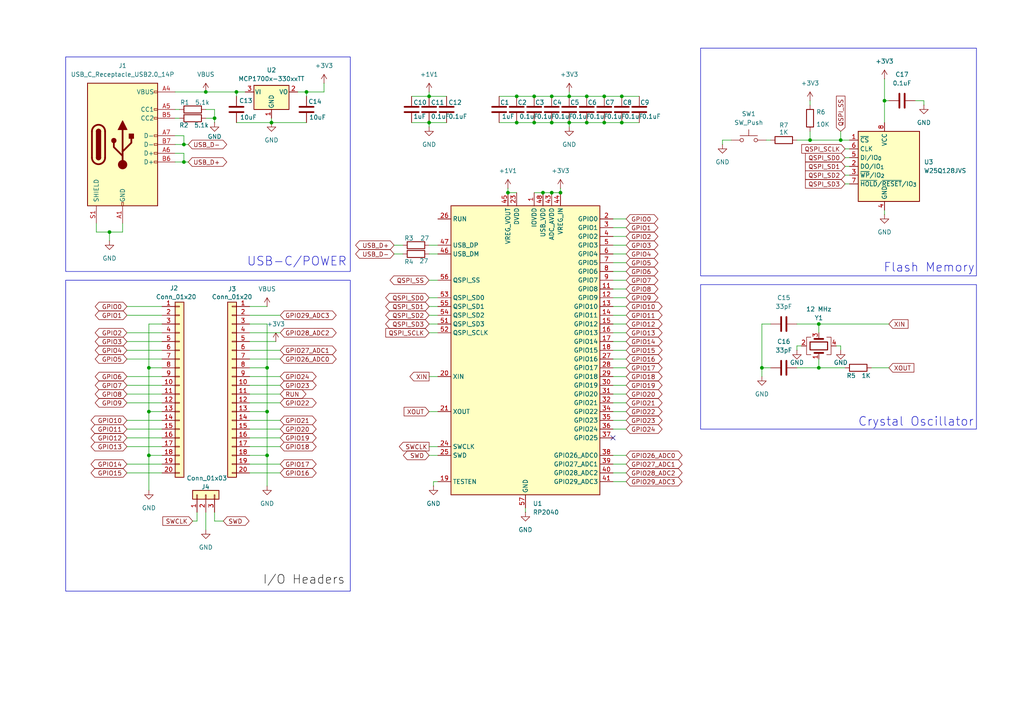
<source format=kicad_sch>
(kicad_sch (version 20250114) (generator "eeschema") (generator_version "9.0")
  (paper "A4")
  (title_block (title "KBoard") (date "2025-12-08") (rev "1.0"))
  (lib_symbols
    (symbol "Connector:USB_C_Receptacle_USB2.0_14P" (pin_names (offset 1.016))
      (property "Reference" "J" (at 0 22.225 0))
      (property "Value" "USB_C_Receptacle_USB2.0_14P" (at 0 19.685 0))
      (symbol "USB_C_Receptacle_USB2.0_14P_1_1"
        (pin passive line (at -7.62 -22.86 90) (length 5.08) (name "SHIELD") (number "S1"))
        (pin passive line (at 0 -22.86 90) (length 5.08) (name "GND") (number "A1"))
        (pin passive line (at 0 -22.86 90) (length 5.08) (hide yes) (name "GND") (number "A12"))
        (pin passive line (at 0 -22.86 90) (length 5.08) (hide yes) (name "GND") (number "B1"))
        (pin passive line (at 0 -22.86 90) (length 5.08) (hide yes) (name "GND") (number "B12"))
        (pin passive line (at 15.24 15.24 180) (length 5.08) (name "VBUS") (number "A4"))
        (pin passive line (at 15.24 15.24 180) (length 5.08) (hide yes) (name "VBUS") (number "A9"))
        (pin passive line (at 15.24 15.24 180) (length 5.08) (hide yes) (name "VBUS") (number "B4"))
        (pin passive line (at 15.24 15.24 180) (length 5.08) (hide yes) (name "VBUS") (number "B9"))
        (pin bidirectional line (at 15.24 10.16 180) (length 5.08) (name "CC1") (number "A5"))
        (pin bidirectional line (at 15.24 7.62 180) (length 5.08) (name "CC2") (number "B5"))
        (pin bidirectional line (at 15.24 2.54 180) (length 5.08) (name "D-") (number "A7"))
        (pin bidirectional line (at 15.24 0 180) (length 5.08) (name "D-") (number "B7"))
        (pin bidirectional line (at 15.24 -2.54 180) (length 5.08) (name "D+") (number "A6"))
        (pin bidirectional line (at 15.24 -5.08 180) (length 5.08) (name "D+") (number "B6"))
      )
    )
    (symbol "Connector_Generic:Conn_01x03" (pin_names (offset 1.016) (hide yes))
      (property "Reference" "J" (at 0 5.08 0))
      (property "Value" "Conn_01x03" (at 0 -5.08 0))
      (symbol "Conn_01x03_1_1"
        (pin passive line (at -5.08 2.54 0) (length 3.81) (name "Pin_1") (number "1"))
        (pin passive line (at -5.08 0 0) (length 3.81) (name "Pin_2") (number "2"))
        (pin passive line (at -5.08 -2.54 0) (length 3.81) (name "Pin_3") (number "3"))
      )
    )
    (symbol "Connector_Generic:Conn_01x20" (pin_names (offset 1.016) (hide yes))
      (property "Reference" "J" (at 0 25.4 0))
      (property "Value" "Conn_01x20" (at 0 -27.94 0))
      (symbol "Conn_01x20_1_1"
        (pin passive line (at -5.08 22.86 0) (length 3.81) (name "Pin_1") (number "1"))
        (pin passive line (at -5.08 20.32 0) (length 3.81) (name "Pin_2") (number "2"))
        (pin passive line (at -5.08 17.78 0) (length 3.81) (name "Pin_3") (number "3"))
        (pin passive line (at -5.08 15.24 0) (length 3.81) (name "Pin_4") (number "4"))
        (pin passive line (at -5.08 12.7 0) (length 3.81) (name "Pin_5") (number "5"))
        (pin passive line (at -5.08 10.16 0) (length 3.81) (name "Pin_6") (number "6"))
        (pin passive line (at -5.08 7.62 0) (length 3.81) (name "Pin_7") (number "7"))
        (pin passive line (at -5.08 5.08 0) (length 3.81) (name "Pin_8") (number "8"))
        (pin passive line (at -5.08 2.54 0) (length 3.81) (name "Pin_9") (number "9"))
        (pin passive line (at -5.08 0 0) (length 3.81) (name "Pin_10") (number "10"))
        (pin passive line (at -5.08 -2.54 0) (length 3.81) (name "Pin_11") (number "11"))
        (pin passive line (at -5.08 -5.08 0) (length 3.81) (name "Pin_12") (number "12"))
        (pin passive line (at -5.08 -7.62 0) (length 3.81) (name "Pin_13") (number "13"))
        (pin passive line (at -5.08 -10.16 0) (length 3.81) (name "Pin_14") (number "14"))
        (pin passive line (at -5.08 -12.7 0) (length 3.81) (name "Pin_15") (number "15"))
        (pin passive line (at -5.08 -15.24 0) (length 3.81) (name "Pin_16") (number "16"))
        (pin passive line (at -5.08 -17.78 0) (length 3.81) (name "Pin_17") (number "17"))
        (pin passive line (at -5.08 -20.32 0) (length 3.81) (name "Pin_18") (number "18"))
        (pin passive line (at -5.08 -22.86 0) (length 3.81) (name "Pin_19") (number "19"))
        (pin passive line (at -5.08 -25.4 0) (length 3.81) (name "Pin_20") (number "20"))
      )
    )
    (symbol "Device:C" (pin_numbers (hide yes)) (pin_names (offset 0.254))
      (property "Reference" "C" (at 0.635 2.54 0))
      (property "Value" "C" (at 0.635 -2.54 0))
      (symbol "C_1_1"
        (pin passive line (at 0 3.81 270) (length 2.794) (name "~") (number "1"))
        (pin passive line (at 0 -3.81 90) (length 2.794) (name "~") (number "2"))
      )
    )
    (symbol "Device:Crystal_GND24" (pin_names (offset 1.016) (hide yes))
      (property "Reference" "Y" (at 3.175 5.08 0))
      (property "Value" "Crystal_GND24" (at 3.175 3.175 0))
      (symbol "Crystal_GND24_1_1"
        (pin passive line (at -3.81 0 0) (length 1.27) (name "1") (number "1"))
        (pin passive line (at 0 5.08 270) (length 1.27) (name "2") (number "2"))
        (pin passive line (at 0 -5.08 90) (length 1.27) (name "4") (number "4"))
        (pin passive line (at 3.81 0 180) (length 1.27) (name "3") (number "3"))
      )
    )
    (symbol "Device:R" (pin_numbers (hide yes)) (pin_names (offset 0))
      (property "Reference" "R" (at 2.032 0 90))
      (property "Value" "R" (at 0 0 90))
      (symbol "R_1_1"
        (pin passive line (at 0 3.81 270) (length 1.27) (name "~") (number "1"))
        (pin passive line (at 0 -3.81 90) (length 1.27) (name "~") (number "2"))
      )
    )
    (symbol "MCU_RaspberryPi:RP2040"
      (property "Reference" "U" (at 17.78 45.72 0))
      (property "Value" "RP2040" (at 17.78 43.18 0))
      (symbol "RP2040_1_1"
        (pin input line (at -25.4 38.1 0) (length 3.81) (name "RUN") (number "26"))
        (pin bidirectional line (at -25.4 30.48 0) (length 3.81) (name "USB_DP") (number "47"))
        (pin bidirectional line (at -25.4 27.94 0) (length 3.81) (name "USB_DM") (number "46"))
        (pin bidirectional line (at -25.4 20.32 0) (length 3.81) (name "QSPI_SS") (number "56"))
        (pin bidirectional line (at -25.4 15.24 0) (length 3.81) (name "QSPI_SD0") (number "53"))
        (pin bidirectional line (at -25.4 12.7 0) (length 3.81) (name "QSPI_SD1") (number "55"))
        (pin bidirectional line (at -25.4 10.16 0) (length 3.81) (name "QSPI_SD2") (number "54"))
        (pin bidirectional line (at -25.4 7.62 0) (length 3.81) (name "QSPI_SD3") (number "51"))
        (pin output line (at -25.4 5.08 0) (length 3.81) (name "QSPI_SCLK") (number "52"))
        (pin input line (at -25.4 -7.62 0) (length 3.81) (name "XIN") (number "20"))
        (pin passive line (at -25.4 -17.78 0) (length 3.81) (name "XOUT") (number "21"))
        (pin input line (at -25.4 -27.94 0) (length 3.81) (name "SWCLK") (number "24"))
        (pin bidirectional line (at -25.4 -30.48 0) (length 3.81) (name "SWD") (number "25"))
        (pin input line (at -25.4 -38.1 0) (length 3.81) (name "TESTEN") (number "19"))
        (pin power_out line (at -5.08 45.72 270) (length 3.81) (name "VREG_VOUT") (number "45"))
        (pin power_in line (at -2.54 45.72 270) (length 3.81) (name "DVDD") (number "23"))
        (pin passive line (at -2.54 45.72 270) (length 3.81) (hide yes) (name "DVDD") (number "50"))
        (pin power_in line (at 0 -45.72 90) (length 3.81) (name "GND") (number "57"))
        (pin power_in line (at 2.54 45.72 270) (length 3.81) (name "IOVDD") (number "1"))
        (pin passive line (at 2.54 45.72 270) (length 3.81) (hide yes) (name "IOVDD") (number "10"))
        (pin passive line (at 2.54 45.72 270) (length 3.81) (hide yes) (name "IOVDD") (number "22"))
        (pin passive line (at 2.54 45.72 270) (length 3.81) (hide yes) (name "IOVDD") (number "33"))
        (pin passive line (at 2.54 45.72 270) (length 3.81) (hide yes) (name "IOVDD") (number "42"))
        (pin passive line (at 2.54 45.72 270) (length 3.81) (hide yes) (name "IOVDD") (number "49"))
        (pin power_in line (at 5.08 45.72 270) (length 3.81) (name "USB_VDD") (number "48"))
        (pin power_in line (at 7.62 45.72 270) (length 3.81) (name "ADC_AVDD") (number "43"))
        (pin power_in line (at 10.16 45.72 270) (length 3.81) (name "VREG_IN") (number "44"))
        (pin bidirectional line (at 25.4 38.1 180) (length 3.81) (name "GPIO0") (number "2"))
        (pin bidirectional line (at 25.4 35.56 180) (length 3.81) (name "GPIO1") (number "3"))
        (pin bidirectional line (at 25.4 33.02 180) (length 3.81) (name "GPIO2") (number "4"))
        (pin bidirectional line (at 25.4 30.48 180) (length 3.81) (name "GPIO3") (number "5"))
        (pin bidirectional line (at 25.4 27.94 180) (length 3.81) (name "GPIO4") (number "6"))
        (pin bidirectional line (at 25.4 25.4 180) (length 3.81) (name "GPIO5") (number "7"))
        (pin bidirectional line (at 25.4 22.86 180) (length 3.81) (name "GPIO6") (number "8"))
        (pin bidirectional line (at 25.4 20.32 180) (length 3.81) (name "GPIO7") (number "9"))
        (pin bidirectional line (at 25.4 17.78 180) (length 3.81) (name "GPIO8") (number "11"))
        (pin bidirectional line (at 25.4 15.24 180) (length 3.81) (name "GPIO9") (number "12"))
        (pin bidirectional line (at 25.4 12.7 180) (length 3.81) (name "GPIO10") (number "13"))
        (pin bidirectional line (at 25.4 10.16 180) (length 3.81) (name "GPIO11") (number "14"))
        (pin bidirectional line (at 25.4 7.62 180) (length 3.81) (name "GPIO12") (number "15"))
        (pin bidirectional line (at 25.4 5.08 180) (length 3.81) (name "GPIO13") (number "16"))
        (pin bidirectional line (at 25.4 2.54 180) (length 3.81) (name "GPIO14") (number "17"))
        (pin bidirectional line (at 25.4 0 180) (length 3.81) (name "GPIO15") (number "18"))
        (pin bidirectional line (at 25.4 -2.54 180) (length 3.81) (name "GPIO16") (number "27"))
        (pin bidirectional line (at 25.4 -5.08 180) (length 3.81) (name "GPIO17") (number "28"))
        (pin bidirectional line (at 25.4 -7.62 180) (length 3.81) (name "GPIO18") (number "29"))
        (pin bidirectional line (at 25.4 -10.16 180) (length 3.81) (name "GPIO19") (number "30"))
        (pin bidirectional line (at 25.4 -12.7 180) (length 3.81) (name "GPIO20") (number "31"))
        (pin bidirectional line (at 25.4 -15.24 180) (length 3.81) (name "GPIO21") (number "32"))
        (pin bidirectional line (at 25.4 -17.78 180) (length 3.81) (name "GPIO22") (number "34"))
        (pin bidirectional line (at 25.4 -20.32 180) (length 3.81) (name "GPIO23") (number "35"))
        (pin bidirectional line (at 25.4 -22.86 180) (length 3.81) (name "GPIO24") (number "36"))
        (pin bidirectional line (at 25.4 -25.4 180) (length 3.81) (name "GPIO25") (number "37"))
        (pin bidirectional line (at 25.4 -30.48 180) (length 3.81) (name "GPIO26_ADC0") (number "38"))
        (pin bidirectional line (at 25.4 -33.02 180) (length 3.81) (name "GPIO27_ADC1") (number "39"))
        (pin bidirectional line (at 25.4 -35.56 180) (length 3.81) (name "GPIO28_ADC2") (number "40"))
        (pin bidirectional line (at 25.4 -38.1 180) (length 3.81) (name "GPIO29_ADC3") (number "41"))
      )
    )
    (symbol "Memory_Flash:W25Q128JVS"
      (property "Reference" "U" (at -6.35 11.43 0))
      (property "Value" "W25Q128JVS" (at 7.62 11.43 0))
      (symbol "W25Q128JVS_1_1"
        (pin input line (at -10.16 7.62 0) (length 2.54) (name "~{CS}") (number "1"))
        (pin input line (at -10.16 5.08 0) (length 2.54) (name "CLK") (number "6"))
        (pin bidirectional line (at -10.16 2.54 0) (length 2.54) (name "DI/IO_{0}") (number "5"))
        (pin bidirectional line (at -10.16 0 0) (length 2.54) (name "DO/IO_{1}") (number "2"))
        (pin bidirectional line (at -10.16 -2.54 0) (length 2.54) (name "~{WP}/IO_{2}") (number "3"))
        (pin bidirectional line (at -10.16 -5.08 0) (length 2.54) (name "~{HOLD}/~{RESET}/IO_{3}") (number "7"))
        (pin power_in line (at 0 12.7 270) (length 2.54) (name "VCC") (number "8"))
        (pin power_in line (at 0 -12.7 90) (length 2.54) (name "GND") (number "4"))
      )
    )
    (symbol "Regulator_Linear:MCP1700x-330xxTT" (pin_names (offset 0.254))
      (property "Reference" "U" (at -3.81 3.175 0))
      (property "Value" "MCP1700x-330xxTT" (at 0 3.175 0))
      (symbol "MCP1700x-330xxTT_1_1"
        (pin power_in line (at -7.62 0 0) (length 2.54) (name "VI") (number "3"))
        (pin power_in line (at 0 -7.62 90) (length 2.54) (name "GND") (number "1"))
        (pin power_out line (at 7.62 0 180) (length 2.54) (name "VO") (number "2"))
      )
    )
    (symbol "Switch:SW_Push" (pin_numbers (hide yes)) (pin_names (offset 1.016) (hide yes))
      (property "Reference" "SW" (at 1.27 2.54 0))
      (property "Value" "SW_Push" (at 0 -1.524 0))
      (symbol "SW_Push_0_1"
        (pin passive line (at -5.08 0 0) (length 2.54) (name "1") (number "1"))
        (pin passive line (at 5.08 0 180) (length 2.54) (name "2") (number "2"))
      )
    )
    (symbol "power:+1V1" (power) (pin_numbers (hide yes)) (pin_names (offset 0) (hide yes))
      (property "Value" "+1V1" (at 0 3.556 0))
      (symbol "+1V1_1_1"
        (pin power_in line (at 0 0 90) (length 0) (name "~") (number "1"))
      )
    )
    (symbol "power:+3V3" (power) (pin_numbers (hide yes)) (pin_names (offset 0) (hide yes))
      (property "Value" "+3V3" (at 0 3.556 0))
      (symbol "+3V3_1_1"
        (pin power_in line (at 0 0 90) (length 0) (name "~") (number "1"))
      )
    )
    (symbol "power:GND" (power) (pin_numbers (hide yes)) (pin_names (offset 0) (hide yes))
      (property "Value" "GND" (at 0 -3.81 0))
      (symbol "GND_1_1"
        (pin power_in line (at 0 0 270) (length 0) (name "~") (number "1"))
      )
    )
    (symbol "power:VBUS" (power) (pin_numbers (hide yes)) (pin_names (offset 0) (hide yes))
      (property "Value" "VBUS" (at 0 3.556 0))
      (symbol "VBUS_1_1"
        (pin power_in line (at 0 0 90) (length 0) (name "~") (number "1"))
      )
    )
  )
  (rectangle (start 203.2 82.55) (end 283.21 124.46))
  (rectangle (start 203.2 13.97) (end 283.21 80.01))
  (rectangle (start 19.05 16.51) (end 101.6 78.74))
  (rectangle (start 19.05 81.28) (end 101.6 171.45))
  (text "USB-C/POWER" (at 86.106 75.946 0) (effects (font (size 2.54 2.54))))
  (text "Crystal Oscillator" (at 265.684 122.428 0) (effects (font (size 2.54 2.54))))
  (text "Flash Memory" (at 269.494 77.724 0) (effects (font (size 2.54 2.54))))
  (junction (at 53.34 41.91))
  (junction (at 31.75 67.31))
  (junction (at 237.49 106.68))
  (junction (at 149.86 35.56))
  (junction (at 180.34 27.94))
  (junction (at 220.98 106.68))
  (junction (at 170.18 27.94))
  (junction (at 88.9 26.67))
  (junction (at 124.46 27.94))
  (junction (at 43.18 106.68))
  (junction (at 68.58 26.67))
  (junction (at 160.02 55.88))
  (junction (at 77.47 132.08))
  (junction (at 149.86 27.94))
  (junction (at 62.23 34.29))
  (junction (at 160.02 27.94))
  (junction (at 160.02 35.56))
  (junction (at 154.94 35.56))
  (junction (at 175.26 35.56))
  (junction (at 256.54 29.21))
  (junction (at 162.56 55.88))
  (junction (at 77.47 106.68))
  (junction (at 43.18 119.38))
  (junction (at 154.94 27.94))
  (junction (at 124.46 35.56))
  (junction (at 78.74 35.56))
  (junction (at 234.95 40.64))
  (junction (at 147.32 55.88))
  (junction (at 237.49 93.98))
  (junction (at 170.18 35.56))
  (junction (at 53.34 46.99))
  (junction (at 43.18 132.08))
  (junction (at 243.84 40.64))
  (junction (at 165.1 35.56))
  (junction (at 180.34 35.56))
  (junction (at 175.26 27.94))
  (junction (at 157.48 55.88))
  (junction (at 165.1 27.94))
  (junction (at 77.47 119.38))
  (junction (at 59.69 26.67))
  (no_connect (at 177.8 127))
  (wire (pts (xy 177.8 76.2) (xy 181.61 76.2)))
  (wire (pts (xy 256.54 22.86) (xy 256.54 29.21)))
  (wire (pts (xy 53.34 46.99) (xy 54.61 46.99)))
  (wire (pts (xy 68.58 26.67) (xy 68.58 27.94)))
  (wire (pts (xy 86.36 26.67) (xy 88.9 26.67)))
  (wire (pts (xy 245.11 48.26) (xy 246.38 48.26)))
  (wire (pts (xy 124.46 93.98) (xy 127 93.98)))
  (wire (pts (xy 124.46 71.12) (xy 127 71.12)))
  (wire (pts (xy 124.46 35.56) (xy 124.46 36.83)))
  (wire (pts (xy 170.18 27.94) (xy 175.26 27.94)))
  (wire (pts (xy 53.34 41.91) (xy 54.61 41.91)))
  (wire (pts (xy 177.8 86.36) (xy 181.61 86.36)))
  (wire (pts (xy 256.54 29.21) (xy 257.81 29.21)))
  (wire (pts (xy 144.78 27.94) (xy 149.86 27.94)))
  (wire (pts (xy 160.02 55.88) (xy 162.56 55.88)))
  (wire (pts (xy 231.14 100.33) (xy 231.14 101.6)))
  (wire (pts (xy 50.8 31.75) (xy 52.07 31.75)))
  (wire (pts (xy 78.74 35.56) (xy 88.9 35.56)))
  (wire (pts (xy 36.83 104.14) (xy 46.99 104.14)))
  (wire (pts (xy 36.83 124.46) (xy 46.99 124.46)))
  (wire (pts (xy 220.98 93.98) (xy 220.98 106.68)))
  (wire (pts (xy 36.83 91.44) (xy 46.99 91.44)))
  (wire (pts (xy 50.8 44.45) (xy 53.34 44.45)))
  (wire (pts (xy 157.48 55.88) (xy 160.02 55.88)))
  (wire (pts (xy 177.8 114.3) (xy 181.61 114.3)))
  (wire (pts (xy 36.83 99.06) (xy 46.99 99.06)))
  (wire (pts (xy 152.4 147.32) (xy 152.4 148.59)))
  (wire (pts (xy 72.39 119.38) (xy 77.47 119.38)))
  (wire (pts (xy 72.39 114.3) (xy 81.28 114.3)))
  (wire (pts (xy 72.39 121.92) (xy 81.28 121.92)))
  (wire (pts (xy 177.8 104.14) (xy 181.61 104.14)))
  (wire (pts (xy 68.58 26.67) (xy 71.12 26.67)))
  (wire (pts (xy 243.84 40.64) (xy 243.84 38.1)))
  (wire (pts (xy 50.8 46.99) (xy 53.34 46.99)))
  (wire (pts (xy 177.8 83.82) (xy 181.61 83.82)))
  (wire (pts (xy 245.11 50.8) (xy 246.38 50.8)))
  (wire (pts (xy 43.18 106.68) (xy 43.18 119.38)))
  (wire (pts (xy 53.34 41.91) (xy 50.8 41.91)))
  (wire (pts (xy 72.39 91.44) (xy 81.28 91.44)))
  (wire (pts (xy 234.95 38.1) (xy 234.95 40.64)))
  (wire (pts (xy 124.46 119.38) (xy 127 119.38)))
  (wire (pts (xy 43.18 132.08) (xy 43.18 142.24)))
  (wire (pts (xy 177.8 93.98) (xy 181.61 93.98)))
  (wire (pts (xy 177.8 63.5) (xy 181.61 63.5)))
  (wire (pts (xy 144.78 35.56) (xy 149.86 35.56)))
  (wire (pts (xy 36.83 121.92) (xy 46.99 121.92)))
  (wire (pts (xy 72.39 127) (xy 81.28 127)))
  (wire (pts (xy 36.83 101.6) (xy 46.99 101.6)))
  (wire (pts (xy 177.8 91.44) (xy 181.61 91.44)))
  (wire (pts (xy 212.09 40.64) (xy 209.55 40.64)))
  (wire (pts (xy 72.39 134.62) (xy 81.28 134.62)))
  (wire (pts (xy 220.98 106.68) (xy 223.52 106.68)))
  (wire (pts (xy 50.8 34.29) (xy 52.07 34.29)))
  (wire (pts (xy 177.8 71.12) (xy 181.61 71.12)))
  (wire (pts (xy 209.55 40.64) (xy 209.55 41.91)))
  (wire (pts (xy 177.8 134.62) (xy 181.61 134.62)))
  (wire (pts (xy 237.49 93.98) (xy 257.81 93.98)))
  (wire (pts (xy 43.18 132.08) (xy 46.99 132.08)))
  (wire (pts (xy 165.1 26.67) (xy 165.1 27.94)))
  (wire (pts (xy 72.39 124.46) (xy 81.28 124.46)))
  (wire (pts (xy 59.69 31.75) (xy 62.23 31.75)))
  (wire (pts (xy 175.26 27.94) (xy 180.34 27.94)))
  (wire (pts (xy 72.39 101.6) (xy 81.28 101.6)))
  (wire (pts (xy 53.34 44.45) (xy 53.34 46.99)))
  (wire (pts (xy 234.95 29.21) (xy 234.95 30.48)))
  (wire (pts (xy 72.39 88.9) (xy 77.47 88.9)))
  (wire (pts (xy 243.84 100.33) (xy 243.84 101.6)))
  (wire (pts (xy 36.83 111.76) (xy 46.99 111.76)))
  (wire (pts (xy 124.46 35.56) (xy 129.54 35.56)))
  (wire (pts (xy 77.47 93.98) (xy 77.47 106.68)))
  (wire (pts (xy 177.8 78.74) (xy 181.61 78.74)))
  (wire (pts (xy 177.8 111.76) (xy 181.61 111.76)))
  (wire (pts (xy 119.38 35.56) (xy 124.46 35.56)))
  (wire (pts (xy 177.8 96.52) (xy 181.61 96.52)))
  (wire (pts (xy 177.8 139.7) (xy 181.61 139.7)))
  (wire (pts (xy 180.34 27.94) (xy 185.42 27.94)))
  (wire (pts (xy 43.18 106.68) (xy 46.99 106.68)))
  (wire (pts (xy 36.83 134.62) (xy 46.99 134.62)))
  (wire (pts (xy 36.83 127) (xy 46.99 127)))
  (wire (pts (xy 72.39 106.68) (xy 77.47 106.68)))
  (wire (pts (xy 72.39 129.54) (xy 81.28 129.54)))
  (wire (pts (xy 124.46 81.28) (xy 127 81.28)))
  (wire (pts (xy 177.8 137.16) (xy 181.61 137.16)))
  (wire (pts (xy 165.1 35.56) (xy 170.18 35.56)))
  (wire (pts (xy 36.83 137.16) (xy 46.99 137.16)))
  (wire (pts (xy 31.75 67.31) (xy 31.75 69.85)))
  (wire (pts (xy 50.8 39.37) (xy 53.34 39.37)))
  (wire (pts (xy 245.11 53.34) (xy 246.38 53.34)))
  (wire (pts (xy 46.99 93.98) (xy 43.18 93.98)))
  (wire (pts (xy 36.83 116.84) (xy 46.99 116.84)))
  (wire (pts (xy 149.86 27.94) (xy 154.94 27.94)))
  (wire (pts (xy 231.14 40.64) (xy 234.95 40.64)))
  (wire (pts (xy 177.8 116.84) (xy 181.61 116.84)))
  (wire (pts (xy 114.3 71.12) (xy 116.84 71.12)))
  (wire (pts (xy 93.98 26.67) (xy 93.98 24.13)))
  (wire (pts (xy 154.94 27.94) (xy 160.02 27.94)))
  (wire (pts (xy 245.11 43.18) (xy 246.38 43.18)))
  (wire (pts (xy 165.1 35.56) (xy 165.1 36.83)))
  (wire (pts (xy 124.46 86.36) (xy 127 86.36)))
  (wire (pts (xy 165.1 27.94) (xy 170.18 27.94)))
  (wire (pts (xy 36.83 109.22) (xy 46.99 109.22)))
  (wire (pts (xy 124.46 109.22) (xy 127 109.22)))
  (wire (pts (xy 160.02 35.56) (xy 165.1 35.56)))
  (wire (pts (xy 124.46 132.08) (xy 127 132.08)))
  (wire (pts (xy 125.73 139.7) (xy 125.73 140.97)))
  (wire (pts (xy 267.97 29.21) (xy 267.97 30.48)))
  (wire (pts (xy 170.18 35.56) (xy 175.26 35.56)))
  (wire (pts (xy 124.46 26.67) (xy 124.46 27.94)))
  (wire (pts (xy 177.8 68.58) (xy 181.61 68.58)))
  (wire (pts (xy 62.23 148.59) (xy 62.23 151.13)))
  (wire (pts (xy 77.47 132.08) (xy 77.47 140.97)))
  (wire (pts (xy 162.56 54.61) (xy 162.56 55.88)))
  (wire (pts (xy 177.8 101.6) (xy 181.61 101.6)))
  (wire (pts (xy 160.02 27.94) (xy 165.1 27.94)))
  (wire (pts (xy 72.39 116.84) (xy 81.28 116.84)))
  (wire (pts (xy 62.23 34.29) (xy 59.69 34.29)))
  (wire (pts (xy 72.39 132.08) (xy 77.47 132.08)))
  (wire (pts (xy 72.39 96.52) (xy 81.28 96.52)))
  (wire (pts (xy 114.3 73.66) (xy 116.84 73.66)))
  (wire (pts (xy 234.95 40.64) (xy 243.84 40.64)))
  (wire (pts (xy 31.75 67.31) (xy 35.56 67.31)))
  (wire (pts (xy 59.69 26.67) (xy 68.58 26.67)))
  (wire (pts (xy 57.15 148.59) (xy 57.15 151.13)))
  (wire (pts (xy 177.8 124.46) (xy 181.61 124.46)))
  (wire (pts (xy 27.94 64.77) (xy 27.94 67.31)))
  (wire (pts (xy 237.49 93.98) (xy 237.49 96.52)))
  (wire (pts (xy 36.83 129.54) (xy 46.99 129.54)))
  (wire (pts (xy 72.39 109.22) (xy 81.28 109.22)))
  (wire (pts (xy 124.46 27.94) (xy 129.54 27.94)))
  (wire (pts (xy 177.8 99.06) (xy 181.61 99.06)))
  (wire (pts (xy 43.18 119.38) (xy 43.18 132.08)))
  (wire (pts (xy 50.8 26.67) (xy 59.69 26.67)))
  (wire (pts (xy 149.86 35.56) (xy 154.94 35.56)))
  (wire (pts (xy 223.52 93.98) (xy 220.98 93.98)))
  (wire (pts (xy 59.69 148.59) (xy 59.69 153.67)))
  (wire (pts (xy 77.47 119.38) (xy 77.47 132.08)))
  (wire (pts (xy 177.8 66.04) (xy 181.61 66.04)))
  (wire (pts (xy 231.14 93.98) (xy 237.49 93.98)))
  (wire (pts (xy 62.23 34.29) (xy 62.23 35.56)))
  (wire (pts (xy 124.46 88.9) (xy 127 88.9)))
  (wire (pts (xy 53.34 39.37) (xy 53.34 41.91)))
  (wire (pts (xy 88.9 26.67) (xy 88.9 27.94)))
  (wire (pts (xy 35.56 67.31) (xy 35.56 64.77)))
  (wire (pts (xy 119.38 27.94) (xy 124.46 27.94)))
  (wire (pts (xy 43.18 93.98) (xy 43.18 106.68)))
  (wire (pts (xy 265.43 29.21) (xy 267.97 29.21)))
  (wire (pts (xy 245.11 45.72) (xy 246.38 45.72)))
  (wire (pts (xy 242.57 100.33) (xy 243.84 100.33)))
  (wire (pts (xy 180.34 35.56) (xy 185.42 35.56)))
  (wire (pts (xy 177.8 119.38) (xy 181.61 119.38)))
  (wire (pts (xy 62.23 151.13) (xy 64.77 151.13)))
  (wire (pts (xy 124.46 73.66) (xy 127 73.66)))
  (wire (pts (xy 124.46 91.44) (xy 127 91.44)))
  (wire (pts (xy 177.8 121.92) (xy 181.61 121.92)))
  (wire (pts (xy 147.32 55.88) (xy 149.86 55.88)))
  (wire (pts (xy 68.58 35.56) (xy 78.74 35.56)))
  (wire (pts (xy 177.8 106.68) (xy 181.61 106.68)))
  (wire (pts (xy 124.46 129.54) (xy 127 129.54)))
  (wire (pts (xy 36.83 96.52) (xy 46.99 96.52)))
  (wire (pts (xy 27.94 67.31) (xy 31.75 67.31)))
  (wire (pts (xy 72.39 104.14) (xy 81.28 104.14)))
  (wire (pts (xy 77.47 106.68) (xy 77.47 119.38)))
  (wire (pts (xy 88.9 26.67) (xy 93.98 26.67)))
  (wire (pts (xy 127 139.7) (xy 125.73 139.7)))
  (wire (pts (xy 232.41 100.33) (xy 231.14 100.33)))
  (wire (pts (xy 62.23 31.75) (xy 62.23 34.29)))
  (wire (pts (xy 57.15 151.13) (xy 55.88 151.13)))
  (wire (pts (xy 177.8 73.66) (xy 181.61 73.66)))
  (wire (pts (xy 256.54 60.96) (xy 256.54 62.23)))
  (wire (pts (xy 72.39 137.16) (xy 81.28 137.16)))
  (wire (pts (xy 72.39 93.98) (xy 77.47 93.98)))
  (wire (pts (xy 177.8 81.28) (xy 181.61 81.28)))
  (wire (pts (xy 78.74 34.29) (xy 78.74 35.56)))
  (wire (pts (xy 256.54 29.21) (xy 256.54 35.56)))
  (wire (pts (xy 177.8 88.9) (xy 181.61 88.9)))
  (wire (pts (xy 245.11 106.68) (xy 237.49 106.68)))
  (wire (pts (xy 36.83 88.9) (xy 46.99 88.9)))
  (wire (pts (xy 72.39 111.76) (xy 81.28 111.76)))
  (wire (pts (xy 177.8 132.08) (xy 181.61 132.08)))
  (wire (pts (xy 43.18 119.38) (xy 46.99 119.38)))
  (wire (pts (xy 237.49 106.68) (xy 237.49 104.14)))
  (wire (pts (xy 220.98 106.68) (xy 220.98 109.22)))
  (wire (pts (xy 147.32 54.61) (xy 147.32 55.88)))
  (wire (pts (xy 175.26 35.56) (xy 180.34 35.56)))
  (wire (pts (xy 177.8 109.22) (xy 181.61 109.22)))
  (wire (pts (xy 154.94 35.56) (xy 160.02 35.56)))
  (wire (pts (xy 252.73 106.68) (xy 257.81 106.68)))
  (wire (pts (xy 154.94 55.88) (xy 157.48 55.88)))
  (wire (pts (xy 124.46 96.52) (xy 127 96.52)))
  (wire (pts (xy 72.39 99.06) (xy 80.01 99.06)))
  (wire (pts (xy 231.14 106.68) (xy 237.49 106.68)))
  (wire (pts (xy 222.25 40.64) (xy 223.52 40.64)))
  (wire (pts (xy 246.38 40.64) (xy 243.84 40.64)))
  (wire (pts (xy 36.83 114.3) (xy 46.99 114.3)))
  (label "I{slash}O Headers" (at 76.2 170.18 0) (effects (font (size 2.54 2.54))))
  (global_label "GPIO21" (shape bidirectional) (at 181.61 116.84 0) (property "Intersheetrefs" "${INTERSHEET_REFS}" (effects (hide yes))))
  (global_label "GPIO10" (shape bidirectional) (at 181.61 88.9 0) (property "Intersheetrefs" "${INTERSHEET_REFS}" (effects (hide yes))))
  (global_label "GPIO11" (shape bidirectional) (at 181.61 91.44 0) (property "Intersheetrefs" "${INTERSHEET_REFS}" (effects (hide yes))))
  (global_label "USB_D+" (shape bidirectional) (at 114.3 71.12 180) (property "Intersheetrefs" "${INTERSHEET_REFS}" (effects (hide yes))))
  (global_label "GPIO23" (shape bidirectional) (at 181.61 121.92 0) (property "Intersheetrefs" "${INTERSHEET_REFS}" (effects (hide yes))))
  (global_label "XOUT" (shape input) (at 257.81 106.68 0) (property "Intersheetrefs" "${INTERSHEET_REFS}" (effects (hide yes))))
  (global_label "GPIO22" (shape bidirectional) (at 181.61 119.38 0) (property "Intersheetrefs" "${INTERSHEET_REFS}" (effects (hide yes))))
  (global_label "GPIO8" (shape bidirectional) (at 181.61 83.82 0) (property "Intersheetrefs" "${INTERSHEET_REFS}" (effects (hide yes))))
  (global_label "XIN" (shape input) (at 257.81 93.98 0) (property "Intersheetrefs" "${INTERSHEET_REFS}" (effects (hide yes))))
  (global_label "SWD" (shape bidirectional) (at 64.77 151.13 0) (property "Intersheetrefs" "${INTERSHEET_REFS}" (effects (hide yes))))
  (global_label "GPIO5" (shape bidirectional) (at 181.61 76.2 0) (property "Intersheetrefs" "${INTERSHEET_REFS}" (effects (hide yes))))
  (global_label "GPIO12" (shape bidirectional) (at 36.83 127 180) (property "Intersheetrefs" "${INTERSHEET_REFS}" (effects (hide yes))))
  (global_label "GPIO19" (shape bidirectional) (at 181.61 111.76 0) (property "Intersheetrefs" "${INTERSHEET_REFS}" (effects (hide yes))))
  (global_label "GPIO6" (shape bidirectional) (at 181.61 78.74 0) (property "Intersheetrefs" "${INTERSHEET_REFS}" (effects (hide yes))))
  (global_label "QSPI_SD0" (shape input) (at 245.11 45.72 180) (property "Intersheetrefs" "${INTERSHEET_REFS}" (effects (hide yes))))
  (global_label "QSPI_SD1" (shape bidirectional) (at 124.46 88.9 180) (property "Intersheetrefs" "${INTERSHEET_REFS}" (effects (hide yes))))
  (global_label "QSPI_SS" (shape input) (at 243.84 38.1 90) (property "Intersheetrefs" "${INTERSHEET_REFS}" (effects (hide yes))))
  (global_label "GPIO9" (shape bidirectional) (at 181.61 86.36 0) (property "Intersheetrefs" "${INTERSHEET_REFS}" (effects (hide yes))))
  (global_label "XIN" (shape output) (at 124.46 109.22 180) (property "Intersheetrefs" "${INTERSHEET_REFS}" (effects (hide yes))))
  (global_label "GPIO17" (shape bidirectional) (at 181.61 106.68 0) (property "Intersheetrefs" "${INTERSHEET_REFS}" (effects (hide yes))))
  (global_label "GPIO12" (shape bidirectional) (at 181.61 93.98 0) (property "Intersheetrefs" "${INTERSHEET_REFS}" (effects (hide yes))))
  (global_label "QSPI_SS" (shape bidirectional) (at 124.46 81.28 180) (property "Intersheetrefs" "${INTERSHEET_REFS}" (effects (hide yes))))
  (global_label "QSPI_SD3" (shape bidirectional) (at 124.46 93.98 180) (property "Intersheetrefs" "${INTERSHEET_REFS}" (effects (hide yes))))
  (global_label "GPIO6" (shape bidirectional) (at 36.83 109.22 180) (property "Intersheetrefs" "${INTERSHEET_REFS}" (effects (hide yes))))
  (global_label "GPIO13" (shape bidirectional) (at 181.61 96.52 0) (property "Intersheetrefs" "${INTERSHEET_REFS}" (effects (hide yes))))
  (global_label "GPIO8" (shape bidirectional) (at 36.83 114.3 180) (property "Intersheetrefs" "${INTERSHEET_REFS}" (effects (hide yes))))
  (global_label "GPIO3" (shape bidirectional) (at 181.61 71.12 0) (property "Intersheetrefs" "${INTERSHEET_REFS}" (effects (hide yes))))
  (global_label "GPIO28_ADC2" (shape bidirectional) (at 181.61 137.16 0) (property "Intersheetrefs" "${INTERSHEET_REFS}" (effects (hide yes))))
  (global_label "GPIO1" (shape bidirectional) (at 36.83 91.44 180) (property "Intersheetrefs" "${INTERSHEET_REFS}" (effects (hide yes))))
  (global_label "GPIO17" (shape bidirectional) (at 81.28 134.62 0) (property "Intersheetrefs" "${INTERSHEET_REFS}" (effects (hide yes))))
  (global_label "QSPI_SCLK" (shape input) (at 124.46 96.52 180) (property "Intersheetrefs" "${INTERSHEET_REFS}" (effects (hide yes))))
  (global_label "GPIO2" (shape bidirectional) (at 181.61 68.58 0) (property "Intersheetrefs" "${INTERSHEET_REFS}" (effects (hide yes))))
  (global_label "QSPI_SCLK" (shape input) (at 245.11 43.18 180) (property "Intersheetrefs" "${INTERSHEET_REFS}" (effects (hide yes))))
  (global_label "GPIO13" (shape bidirectional) (at 36.83 129.54 180) (property "Intersheetrefs" "${INTERSHEET_REFS}" (effects (hide yes))))
  (global_label "GPIO18" (shape bidirectional) (at 181.61 109.22 0) (property "Intersheetrefs" "${INTERSHEET_REFS}" (effects (hide yes))))
  (global_label "GPIO21" (shape bidirectional) (at 81.28 121.92 0) (property "Intersheetrefs" "${INTERSHEET_REFS}" (effects (hide yes))))
  (global_label "GPIO14" (shape bidirectional) (at 181.61 99.06 0) (property "Intersheetrefs" "${INTERSHEET_REFS}" (effects (hide yes))))
  (global_label "GPIO15" (shape bidirectional) (at 181.61 101.6 0) (property "Intersheetrefs" "${INTERSHEET_REFS}" (effects (hide yes))))
  (global_label "GPIO11" (shape bidirectional) (at 36.83 124.46 180) (property "Intersheetrefs" "${INTERSHEET_REFS}" (effects (hide yes))))
  (global_label "GPIO29_ADC3" (shape bidirectional) (at 181.61 139.7 0) (property "Intersheetrefs" "${INTERSHEET_REFS}" (effects (hide yes))))
  (global_label "SWD" (shape bidirectional) (at 124.46 132.08 180) (property "Intersheetrefs" "${INTERSHEET_REFS}" (effects (hide yes))))
  (global_label "GPIO24" (shape bidirectional) (at 81.28 109.22 0) (property "Intersheetrefs" "${INTERSHEET_REFS}" (effects (hide yes))))
  (global_label "GPIO26_ADC0" (shape bidirectional) (at 181.61 132.08 0) (property "Intersheetrefs" "${INTERSHEET_REFS}" (effects (hide yes))))
  (global_label "QSPI_SD1" (shape input) (at 245.11 48.26 180) (property "Intersheetrefs" "${INTERSHEET_REFS}" (effects (hide yes))))
  (global_label "GPIO23" (shape bidirectional) (at 81.28 111.76 0) (property "Intersheetrefs" "${INTERSHEET_REFS}" (effects (hide yes))))
  (global_label "XOUT" (shape input) (at 124.46 119.38 180) (property "Intersheetrefs" "${INTERSHEET_REFS}" (effects (hide yes))))
  (global_label "GPIO4" (shape bidirectional) (at 181.61 73.66 0) (property "Intersheetrefs" "${INTERSHEET_REFS}" (effects (hide yes))))
  (global_label "GPIO26_ADC0" (shape bidirectional) (at 81.28 104.14 0) (property "Intersheetrefs" "${INTERSHEET_REFS}" (effects (hide yes))))
  (global_label "QSPI_SD2" (shape bidirectional) (at 124.46 91.44 180) (property "Intersheetrefs" "${INTERSHEET_REFS}" (effects (hide yes))))
  (global_label "GPIO3" (shape bidirectional) (at 36.83 99.06 180) (property "Intersheetrefs" "${INTERSHEET_REFS}" (effects (hide yes))))
  (global_label "GPIO5" (shape bidirectional) (at 36.83 104.14 180) (property "Intersheetrefs" "${INTERSHEET_REFS}" (effects (hide yes))))
  (global_label "GPIO0" (shape bidirectional) (at 181.61 63.5 0) (property "Intersheetrefs" "${INTERSHEET_REFS}" (effects (hide yes))))
  (global_label "GPIO7" (shape bidirectional) (at 181.61 81.28 0) (property "Intersheetrefs" "${INTERSHEET_REFS}" (effects (hide yes))))
  (global_label "SWCLK" (shape output) (at 124.46 129.54 180) (property "Intersheetrefs" "${INTERSHEET_REFS}" (effects (hide yes))))
  (global_label "GPIO18" (shape bidirectional) (at 81.28 129.54 0) (property "Intersheetrefs" "${INTERSHEET_REFS}" (effects (hide yes))))
  (global_label "USB_D-" (shape bidirectional) (at 54.61 41.91 0) (property "Intersheetrefs" "${INTERSHEET_REFS}" (effects (hide yes))))
  (global_label "GPIO20" (shape bidirectional) (at 81.28 124.46 0) (property "Intersheetrefs" "${INTERSHEET_REFS}" (effects (hide yes))))
  (global_label "RUN" (shape bidirectional) (at 81.28 114.3 0) (property "Intersheetrefs" "${INTERSHEET_REFS}" (effects (hide yes))))
  (global_label "GPIO9" (shape bidirectional) (at 36.83 116.84 180) (property "Intersheetrefs" "${INTERSHEET_REFS}" (effects (hide yes))))
  (global_label "GPIO24" (shape bidirectional) (at 181.61 124.46 0) (property "Intersheetrefs" "${INTERSHEET_REFS}" (effects (hide yes))))
  (global_label "GPIO4" (shape bidirectional) (at 36.83 101.6 180) (property "Intersheetrefs" "${INTERSHEET_REFS}" (effects (hide yes))))
  (global_label "GPIO20" (shape bidirectional) (at 181.61 114.3 0) (property "Intersheetrefs" "${INTERSHEET_REFS}" (effects (hide yes))))
  (global_label "GPIO1" (shape bidirectional) (at 181.61 66.04 0) (property "Intersheetrefs" "${INTERSHEET_REFS}" (effects (hide yes))))
  (global_label "GPIO27_ADC1" (shape bidirectional) (at 181.61 134.62 0) (property "Intersheetrefs" "${INTERSHEET_REFS}" (effects (hide yes))))
  (global_label "QSPI_SD0" (shape bidirectional) (at 124.46 86.36 180) (property "Intersheetrefs" "${INTERSHEET_REFS}" (effects (hide yes))))
  (global_label "USB_D+" (shape bidirectional) (at 54.61 46.99 0) (property "Intersheetrefs" "${INTERSHEET_REFS}" (effects (hide yes))))
  (global_label "QSPI_SD2" (shape input) (at 245.11 50.8 180) (property "Intersheetrefs" "${INTERSHEET_REFS}" (effects (hide yes))))
  (global_label "GPIO10" (shape bidirectional) (at 36.83 121.92 180) (property "Intersheetrefs" "${INTERSHEET_REFS}" (effects (hide yes))))
  (global_label "GPIO19" (shape bidirectional) (at 81.28 127 0) (property "Intersheetrefs" "${INTERSHEET_REFS}" (effects (hide yes))))
  (global_label "GPIO0" (shape bidirectional) (at 36.83 88.9 180) (property "Intersheetrefs" "${INTERSHEET_REFS}" (effects (hide yes))))
  (global_label "USB_D-" (shape bidirectional) (at 114.3 73.66 180) (property "Intersheetrefs" "${INTERSHEET_REFS}" (effects (hide yes))))
  (global_label "GPIO28_ADC2" (shape bidirectional) (at 81.28 96.52 0) (property "Intersheetrefs" "${INTERSHEET_REFS}" (effects (hide yes))))
  (global_label "GPIO16" (shape bidirectional) (at 81.28 137.16 0) (property "Intersheetrefs" "${INTERSHEET_REFS}" (effects (hide yes))))
  (global_label "SWCLK" (shape input) (at 55.88 151.13 180) (property "Intersheetrefs" "${INTERSHEET_REFS}" (effects (hide yes))))
  (global_label "GPIO27_ADC1" (shape bidirectional) (at 81.28 101.6 0) (property "Intersheetrefs" "${INTERSHEET_REFS}" (effects (hide yes))))
  (global_label "GPIO15" (shape bidirectional) (at 36.83 137.16 180) (property "Intersheetrefs" "${INTERSHEET_REFS}" (effects (hide yes))))
  (global_label "GPIO29_ADC3" (shape bidirectional) (at 81.28 91.44 0) (property "Intersheetrefs" "${INTERSHEET_REFS}" (effects (hide yes))))
  (global_label "GPIO7" (shape bidirectional) (at 36.83 111.76 180) (property "Intersheetrefs" "${INTERSHEET_REFS}" (effects (hide yes))))
  (global_label "QSPI_SD3" (shape input) (at 245.11 53.34 180) (property "Intersheetrefs" "${INTERSHEET_REFS}" (effects (hide yes))))
  (global_label "GPIO16" (shape bidirectional) (at 181.61 104.14 0) (property "Intersheetrefs" "${INTERSHEET_REFS}" (effects (hide yes))))
  (global_label "GPIO14" (shape bidirectional) (at 36.83 134.62 180) (property "Intersheetrefs" "${INTERSHEET_REFS}" (effects (hide yes))))
  (global_label "GPIO22" (shape bidirectional) (at 81.28 116.84 0) (property "Intersheetrefs" "${INTERSHEET_REFS}" (effects (hide yes))))
  (global_label "GPIO2" (shape bidirectional) (at 36.83 96.52 180) (property "Intersheetrefs" "${INTERSHEET_REFS}" (effects (hide yes))))
  (symbol (lib_id "power:+3V3") (at 162.56 54.61 0) (unit 1)
    (property "Reference" "#PWR02" (effects (hide yes)))
    (property "Value" "+3V3" (at 162.56 49.53 0))
    (property "Description" "Power symbol creates a global label with name \"+3V3\"" (effects (hide yes)))
  )
  (symbol (lib_id "power:GND") (at 165.1 36.83 0) (unit 1)
    (property "Reference" "#PWR04" (effects (hide yes)))
    (property "Value" "GND" (at 165.1 41.91 0))
    (property "Description" "Power symbol creates a global label with name \"GND\" , ground" (effects (hide yes)))
  )
  (symbol (lib_id "power:GND") (at 209.55 41.91 0) (unit 1)
    (property "Reference" "#PWR018" (effects (hide yes)))
    (property "Value" "GND" (at 209.55 46.99 0))
    (property "Description" "Power symbol creates a global label with name \"GND\" , ground" (effects (hide yes)))
  )
  (symbol (lib_id "power:+1V1") (at 124.46 26.67 0) (unit 1)
    (property "Reference" "#PWR05" (effects (hide yes)))
    (property "Value" "+1V1" (at 124.46 21.59 0))
    (property "Description" "Power symbol creates a global label with name \"+1V1\"" (effects (hide yes)))
  )
  (symbol (lib_id "power:GND") (at 31.75 69.85 0) (unit 1)
    (property "Reference" "#PWR08" (effects (hide yes)))
    (property "Value" "GND" (at 31.75 74.93 0))
    (property "Description" "Power symbol creates a global label with name \"GND\" , ground" (effects (hide yes)))
  )
  (symbol (lib_id "power:GND") (at 62.23 35.56 0) (unit 1)
    (property "Reference" "#PWR09" (effects (hide yes)))
    (property "Value" "GND" (at 62.23 39.624 0))
    (property "Description" "Power symbol creates a global label with name \"GND\" , ground" (effects (hide yes)))
  )
  (symbol (lib_id "power:GND") (at 125.73 140.97 0) (unit 1)
    (property "Reference" "#PWR020" (effects (hide yes)))
    (property "Value" "GND" (at 125.73 146.05 0))
    (property "Description" "Power symbol creates a global label with name \"GND\" , ground" (effects (hide yes)))
  )
  (symbol (lib_id "Regulator_Linear:MCP1700x-330xxTT") (at 78.74 26.67 0) (unit 1)
    (property "Reference" "U2" (at 78.74 20.32 0))
    (property "Value" "MCP1700x-330xxTT" (at 78.74 22.86 0))
    (property "Footprint" "Package_TO_SOT_SMD:SOT-23" (effects (hide yes)))
    (property "Datasheet" "http://ww1.microchip.com/downloads/en/DeviceDoc/20001826D.pdf" (effects (hide yes)))
    (property "Description" "250mA Low Quiscent Current LDO, 3.3V output, SOT-23" (effects (hide yes)))
  )
  (symbol (lib_id "power:VBUS") (at 77.47 88.9 0) (unit 1)
    (property "Reference" "#PWR023" (effects (hide yes)))
    (property "Value" "VBUS" (at 77.47 83.82 0))
    (property "Description" "Power symbol creates a global label with name \"VBUS\"" (effects (hide yes)))
  )
  (symbol (lib_id "Device:C") (at 124.46 31.75 0) (unit 1)
    (property "Reference" "C11" (at 124.968 29.718 0) (effects (justify left)))
    (property "Value" "0.1uF" (at 124.968 33.782 0) (effects (justify left)))
    (property "Footprint" "Capacitor_SMD:C_0402_1005Metric" (effects (hide yes)))
    (property "Description" "Unpolarized capacitor" (effects (hide yes)))
  )
  (symbol (lib_id "power:GND") (at 152.4 148.59 0) (unit 1)
    (property "Reference" "#PWR07" (effects (hide yes)))
    (property "Value" "GND" (at 152.4 153.67 0))
    (property "Description" "Power symbol creates a global label with name \"GND\" , ground" (effects (hide yes)))
  )
  (symbol (lib_id "Device:C") (at 144.78 31.75 0) (unit 1)
    (property "Reference" "C1" (at 145.034 29.718 0) (effects (justify left)))
    (property "Value" "1uF" (at 145.542 33.782 0) (effects (justify left)))
    (property "Footprint" "Capacitor_SMD:C_0402_1005Metric" (effects (hide yes)))
    (property "Description" "Unpolarized capacitor" (effects (hide yes)))
  )
  (symbol (lib_id "Device:C") (at 88.9 31.75 0) (unit 1)
    (property "Reference" "C14" (at 89.408 29.464 0) (effects (justify left)))
    (property "Value" "10uF" (at 89.662 34.036 0) (effects (justify left)))
    (property "Footprint" "Capacitor_SMD:C_0402_1005Metric" (effects (hide yes)))
    (property "Description" "Unpolarized capacitor" (effects (hide yes)))
  )
  (symbol (lib_id "power:GND") (at 77.47 140.97 0) (unit 1)
    (property "Reference" "#PWR024" (effects (hide yes)))
    (property "Value" "GND" (at 77.47 146.05 0))
    (property "Description" "Power symbol creates a global label with name \"GND\" , ground" (effects (hide yes)))
  )
  (symbol (lib_id "Device:C") (at 160.02 31.75 0) (unit 1)
    (property "Reference" "C4" (at 160.274 29.718 0) (effects (justify left)))
    (property "Value" "0.1uF" (at 160.782 33.782 0) (effects (justify left)))
    (property "Footprint" "Capacitor_SMD:C_0402_1005Metric" (effects (hide yes)))
    (property "Description" "Unpolarized capacitor" (effects (hide yes)))
  )
  (symbol (lib_id "Device:C") (at 129.54 31.75 0) (unit 1)
    (property "Reference" "C12" (at 130.048 29.718 0) (effects (justify left)))
    (property "Value" "0.1uF" (at 130.048 33.782 0) (effects (justify left)))
    (property "Footprint" "Capacitor_SMD:C_0402_1005Metric" (effects (hide yes)))
    (property "Description" "Unpolarized capacitor" (effects (hide yes)))
  )
  (symbol (lib_id "Device:C") (at 154.94 31.75 0) (unit 1)
    (property "Reference" "C3" (at 155.194 29.718 0) (effects (justify left)))
    (property "Value" "0.1uF" (at 155.702 33.782 0) (effects (justify left)))
    (property "Footprint" "Capacitor_SMD:C_0402_1005Metric" (effects (hide yes)))
    (property "Description" "Unpolarized capacitor" (effects (hide yes)))
  )
  (symbol (lib_id "power:GND") (at 243.84 101.6 0) (unit 1)
    (property "Reference" "#PWR013" (effects (hide yes)))
    (property "Value" "GND" (at 243.84 105.156 0))
    (property "Description" "Power symbol creates a global label with name \"GND\" , ground" (effects (hide yes)))
  )
  (symbol (lib_id "power:+3V3") (at 165.1 26.67 0) (unit 1)
    (property "Reference" "#PWR03" (effects (hide yes)))
    (property "Value" "+3V3" (at 165.1 21.59 0))
    (property "Description" "Power symbol creates a global label with name \"+3V3\"" (effects (hide yes)))
  )
  (symbol (lib_id "power:VBUS") (at 59.69 26.67 0) (unit 1)
    (property "Reference" "#PWR026" (effects (hide yes)))
    (property "Value" "VBUS" (at 59.69 21.59 0))
    (property "Description" "Power symbol creates a global label with name \"VBUS\"" (effects (hide yes)))
  )
  (symbol (lib_id "Device:C") (at 68.58 31.75 0) (unit 1)
    (property "Reference" "C13" (at 69.342 29.21 0) (effects (justify left)))
    (property "Value" "10uF" (at 69.596 34.036 0) (effects (justify left)))
    (property "Footprint" "Capacitor_SMD:C_0402_1005Metric" (effects (hide yes)))
    (property "Description" "Unpolarized capacitor" (effects (hide yes)))
  )
  (symbol (lib_id "Device:C") (at 185.42 31.75 0) (unit 1)
    (property "Reference" "C9" (at 185.674 29.718 0) (effects (justify left)))
    (property "Value" "0.1uF" (at 186.182 33.782 0) (effects (justify left)))
    (property "Footprint" "Capacitor_SMD:C_0402_1005Metric" (effects (hide yes)))
    (property "Description" "Unpolarized capacitor" (effects (hide yes)))
  )
  (symbol (lib_id "Connector_Generic:Conn_01x20") (at 52.07 111.76 0) (unit 1)
    (property "Reference" "J2" (at 49.276 83.566 0) (effects (justify left)))
    (property "Value" "Conn_01x20" (at 45.212 86.106 0) (effects (justify left)))
    (property "Footprint" "Connector_PinHeader_2.54mm:PinHeader_1x20_P2.54mm_Vertical" (effects (hide yes)))
    (property "Description" "Generic connector, single row, 01x20, script generated (kicad-library-utils/schlib/autogen/connector/)" (effects (hide yes)))
  )
  (symbol (lib_id "Device:R") (at 55.88 34.29 90) (unit 1)
    (property "Reference" "R2" (at 53.34 36.322 90))
    (property "Value" "5.1k" (at 58.42 36.322 90))
    (property "Footprint" "Resistor_SMD:R_0402_1005Metric" (effects (hide yes)))
    (property "Description" "Resistor" (effects (hide yes)))
  )
  (symbol (lib_id "power:+3V3") (at 256.54 22.86 0) (unit 1)
    (property "Reference" "#PWR019" (effects (hide yes)))
    (property "Value" "+3V3" (at 256.54 17.78 0))
    (property "Description" "Power symbol creates a global label with name \"+3V3\"" (effects (hide yes)))
  )
  (symbol (lib_id "Device:R") (at 227.33 40.64 90) (unit 1)
    (property "Reference" "R7" (at 227.33 36.322 90))
    (property "Value" "1K" (at 227.33 38.354 90))
    (property "Footprint" "Resistor_SMD:R_0402_1005Metric" (effects (hide yes)))
    (property "Description" "Resistor" (effects (hide yes)))
  )
  (symbol (lib_id "Device:R") (at 248.92 106.68 90) (unit 1)
    (property "Reference" "R5" (at 246.888 108.966 90))
    (property "Value" "1K" (at 251.206 108.966 90))
    (property "Footprint" "Resistor_SMD:R_0402_1005Metric" (effects (hide yes)))
    (property "Description" "Resistor" (effects (hide yes)))
  )
  (symbol (lib_id "Memory_Flash:W25Q128JVS") (at 256.54 48.26 0) (unit 1)
    (property "Reference" "U3" (at 267.97 46.9899 0) (effects (justify left)))
    (property "Value" "W25Q128JVS" (at 267.97 49.5299 0) (effects (justify left)))
    (property "Footprint" "Package_SON:Winbond_USON-8-1EP_3x2mm_P0.5mm_EP0.2x1.6mm" (effects (hide yes)))
    (property "Datasheet" "https://www.winbond.com/resource-files/w25q128jv_dtr%20revc%2003272018%20plus.pdf" (effects (hide yes)))
    (property "Description" "128Mbit / 16MiB Serial Flash Memory, Standard/Dual/Quad SPI, 2.7-3.6V, SOIC-8" (effects (hide yes)))
  )
  (symbol (lib_id "Device:R") (at 120.65 71.12 270) (unit 1)
    (property "Reference" "R3" (at 118.618 69.088 90))
    (property "Value" "27" (at 123.19 69.088 90))
    (property "Footprint" "Resistor_SMD:R_0402_1005Metric" (effects (hide yes)))
    (property "Description" "Resistor" (effects (hide yes)))
  )
  (symbol (lib_id "Device:C") (at 149.86 31.75 0) (unit 1)
    (property "Reference" "C2" (at 150.114 29.718 0) (effects (justify left)))
    (property "Value" "0.1uF" (at 150.622 33.782 0) (effects (justify left)))
    (property "Footprint" "Capacitor_SMD:C_0402_1005Metric" (effects (hide yes)))
    (property "Description" "Unpolarized capacitor" (effects (hide yes)))
  )
  (symbol (lib_id "power:+3V3") (at 93.98 24.13 0) (unit 1)
    (property "Reference" "#PWR011" (effects (hide yes)))
    (property "Value" "+3V3" (at 93.98 19.05 0))
    (property "Description" "Power symbol creates a global label with name \"+3V3\"" (effects (hide yes)))
  )
  (symbol (lib_id "power:+3V3") (at 80.01 99.06 0) (unit 1)
    (property "Reference" "#PWR025" (effects (hide yes)))
    (property "Value" "+3V3" (at 80.01 93.98 0))
    (property "Description" "Power symbol creates a global label with name \"+3V3\"" (effects (hide yes)))
  )
  (symbol (lib_id "Device:Crystal_GND24") (at 237.49 100.33 90) (unit 1)
    (property "Reference" "Y1" (at 237.49 92.202 90))
    (property "Value" "12 MHz" (at 237.49 89.662 90))
    (property "Footprint" "Crystal:Crystal_SMD_3225-4Pin_3.2x2.5mm" (effects (hide yes)))
    (property "Description" "Four pin crystal, GND on pins 2 and 4" (effects (hide yes)))
  )
  (symbol (lib_id "Device:C") (at 170.18 31.75 0) (unit 1)
    (property "Reference" "C6" (at 170.434 29.718 0) (effects (justify left)))
    (property "Value" "0.1uF" (at 170.942 33.782 0) (effects (justify left)))
    (property "Footprint" "Capacitor_SMD:C_0402_1005Metric" (effects (hide yes)))
    (property "Description" "Unpolarized capacitor" (effects (hide yes)))
  )
  (symbol (lib_id "power:GND") (at 231.14 101.6 0) (unit 1)
    (property "Reference" "#PWR014" (effects (hide yes)))
    (property "Value" "GND" (at 231.14 105.156 0))
    (property "Description" "Power symbol creates a global label with name \"GND\" , ground" (effects (hide yes)))
  )
  (symbol (lib_id "MCU_RaspberryPi:RP2040") (at 152.4 101.6 0) (unit 1)
    (property "Reference" "U1" (at 154.5433 146.05 0) (effects (justify left)))
    (property "Value" "RP2040" (at 154.5433 148.59 0) (effects (justify left)))
    (property "Footprint" "Package_DFN_QFN:QFN-56-1EP_7x7mm_P0.4mm_EP3.2x3.2mm" (effects (hide yes)))
    (property "Datasheet" "https://datasheets.raspberrypi.com/rp2040/rp2040-datasheet.pdf" (effects (hide yes)))
    (property "Description" "A microcontroller by Raspberry Pi" (effects (hide yes)))
  )
  (symbol (lib_id "power:GND") (at 78.74 35.56 0) (unit 1)
    (property "Reference" "#PWR010" (effects (hide yes)))
    (property "Value" "GND" (at 78.74 40.64 0))
    (property "Description" "Power symbol creates a global label with name \"GND\" , ground" (effects (hide yes)))
  )
  (symbol (lib_id "Device:C") (at 175.26 31.75 0) (unit 1)
    (property "Reference" "C7" (at 175.514 29.718 0) (effects (justify left)))
    (property "Value" "0.1uF" (at 176.022 33.782 0) (effects (justify left)))
    (property "Footprint" "Capacitor_SMD:C_0402_1005Metric" (effects (hide yes)))
    (property "Description" "Unpolarized capacitor" (effects (hide yes)))
  )
  (symbol (lib_id "Device:C") (at 227.33 106.68 90) (unit 1)
    (property "Reference" "C16" (at 227.33 99.06 90))
    (property "Value" "33pF" (at 227.33 101.6 90))
    (property "Footprint" "Capacitor_SMD:C_0402_1005Metric" (effects (hide yes)))
    (property "Description" "Unpolarized capacitor" (effects (hide yes)))
  )
  (symbol (lib_id "power:+3V3") (at 234.95 29.21 0) (unit 1)
    (property "Reference" "#PWR017" (effects (hide yes)))
    (property "Value" "+3V3" (at 234.95 24.13 0))
    (property "Description" "Power symbol creates a global label with name \"+3V3\"" (effects (hide yes)))
  )
  (symbol (lib_id "Device:C") (at 227.33 93.98 90) (unit 1)
    (property "Reference" "C15" (at 227.33 86.36 90))
    (property "Value" "33pF" (at 227.33 88.9 90))
    (property "Footprint" "Capacitor_SMD:C_0402_1005Metric" (effects (hide yes)))
    (property "Description" "Unpolarized capacitor" (effects (hide yes)))
  )
  (symbol (lib_id "Device:R") (at 234.95 34.29 0) (unit 1)
    (property "Reference" "R6" (at 236.728 32.512 0) (effects (justify left)))
    (property "Value" "10K" (at 236.728 36.068 0) (effects (justify left)))
    (property "Footprint" "Resistor_SMD:R_0402_1005Metric" (effects (hide yes)))
    (property "Description" "Resistor" (effects (hide yes)))
  )
  (symbol (lib_id "Connector:USB_C_Receptacle_USB2.0_14P") (at 35.56 41.91 0) (unit 1)
    (property "Reference" "J1" (at 35.56 19.05 0))
    (property "Value" "USB_C_Receptacle_USB2.0_14P" (at 35.56 21.59 0))
    (property "Footprint" "Connector_USB:USB_C_Receptacle_HRO_TYPE-C-31-M-12" (effects (hide yes)))
    (property "Datasheet" "https://www.usb.org/sites/default/files/documents/usb_type-c.zip" (effects (hide yes)))
    (property "Description" "USB 2.0-only 14P Type-C Receptacle connector" (effects (hide yes)))
  )
  (symbol (lib_id "power:GND") (at 267.97 30.48 0) (unit 1)
    (property "Reference" "#PWR015" (effects (hide yes)))
    (property "Value" "GND" (at 267.97 35.56 0))
    (property "Description" "Power symbol creates a global label with name \"GND\" , ground" (effects (hide yes)))
  )
  (symbol (lib_id "Device:C") (at 165.1 31.75 0) (unit 1)
    (property "Reference" "C5" (at 165.354 29.718 0) (effects (justify left)))
    (property "Value" "0.1uF" (at 165.862 33.782 0) (effects (justify left)))
    (property "Footprint" "Capacitor_SMD:C_0402_1005Metric" (effects (hide yes)))
    (property "Description" "Unpolarized capacitor" (effects (hide yes)))
  )
  (symbol (lib_id "Switch:SW_Push") (at 217.17 40.64 0) (unit 1)
    (property "Reference" "SW1" (at 217.17 33.02 0))
    (property "Value" "SW_Push" (at 217.17 35.56 0))
    (property "Footprint" "Button_Switch_SMD:SW_Push_SPST_NO_Alps_SKRK" (effects (hide yes)))
    (property "Description" "Push button switch, generic, two pins" (effects (hide yes)))
  )
  (symbol (lib_id "power:GND") (at 59.69 153.67 0) (unit 1)
    (property "Reference" "#PWR022" (effects (hide yes)))
    (property "Value" "GND" (at 59.69 158.75 0))
    (property "Description" "Power symbol creates a global label with name \"GND\" , ground" (effects (hide yes)))
  )
  (symbol (lib_id "Device:R") (at 55.88 31.75 90) (unit 1)
    (property "Reference" "R1" (at 53.594 29.718 90))
    (property "Value" "5.1k" (at 58.674 29.718 90))
    (property "Footprint" "Resistor_SMD:R_0402_1005Metric" (effects (hide yes)))
    (property "Description" "Resistor" (effects (hide yes)))
  )
  (symbol (lib_id "Device:C") (at 261.62 29.21 90) (unit 1)
    (property "Reference" "C17" (at 261.62 21.59 90))
    (property "Value" "0.1uF" (at 261.62 24.13 90))
    (property "Footprint" "Capacitor_SMD:C_0402_1005Metric" (effects (hide yes)))
    (property "Description" "Unpolarized capacitor" (effects (hide yes)))
  )
  (symbol (lib_id "power:+1V1") (at 147.32 54.61 0) (unit 1)
    (property "Reference" "#PWR01" (effects (hide yes)))
    (property "Value" "+1V1" (at 147.32 49.53 0))
    (property "Description" "Power symbol creates a global label with name \"+1V1\"" (effects (hide yes)))
  )
  (symbol (lib_id "Device:R") (at 120.65 73.66 90) (unit 1)
    (property "Reference" "R4" (at 118.618 75.946 90))
    (property "Value" "27" (at 122.936 75.692 90))
    (property "Footprint" "Resistor_SMD:R_0402_1005Metric" (effects (hide yes)))
    (property "Description" "Resistor" (effects (hide yes)))
  )
  (symbol (lib_id "Device:C") (at 180.34 31.75 0) (unit 1)
    (property "Reference" "C8" (at 180.594 29.718 0) (effects (justify left)))
    (property "Value" "0.1uF" (at 181.102 33.782 0) (effects (justify left)))
    (property "Footprint" "Capacitor_SMD:C_0402_1005Metric" (effects (hide yes)))
    (property "Description" "Unpolarized capacitor" (effects (hide yes)))
  )
  (symbol (lib_id "Connector_Generic:Conn_01x20") (at 67.31 111.76 0) (mirror y) (unit 1)
    (property "Reference" "J3" (at 67.31 83.82 0))
    (property "Value" "Conn_01x20" (at 67.31 86.106 0))
    (property "Footprint" "Connector_PinHeader_2.54mm:PinHeader_1x20_P2.54mm_Vertical" (effects (hide yes)))
    (property "Description" "Generic connector, single row, 01x20, script generated (kicad-library-utils/schlib/autogen/connector/)" (effects (hide yes)))
  )
  (symbol (lib_id "Device:C") (at 119.38 31.75 0) (unit 1)
    (property "Reference" "C10" (at 119.888 29.718 0) (effects (justify left)))
    (property "Value" "1uF" (at 119.888 33.782 0) (effects (justify left)))
    (property "Footprint" "Capacitor_SMD:C_0402_1005Metric" (effects (hide yes)))
    (property "Description" "Unpolarized capacitor" (effects (hide yes)))
  )
  (symbol (lib_id "power:GND") (at 256.54 62.23 0) (unit 1)
    (property "Reference" "#PWR016" (effects (hide yes)))
    (property "Value" "GND" (at 256.54 67.31 0))
    (property "Description" "Power symbol creates a global label with name \"GND\" , ground" (effects (hide yes)))
  )
  (symbol (lib_id "power:GND") (at 220.98 109.22 0) (unit 1)
    (property "Reference" "#PWR012" (effects (hide yes)))
    (property "Value" "GND" (at 220.98 114.3 0))
    (property "Description" "Power symbol creates a global label with name \"GND\" , ground" (effects (hide yes)))
  )
  (symbol (lib_id "Connector_Generic:Conn_01x03") (at 59.69 143.51 90) (unit 1)
    (property "Reference" "J4" (at 58.42 141.224 90) (effects (justify right)))
    (property "Value" "Conn_01x03" (at 54.102 138.684 90) (effects (justify right)))
    (property "Footprint" "Connector_PinHeader_2.54mm:PinHeader_1x03_P2.54mm_Vertical" (effects (hide yes)))
    (property "Description" "Generic connector, single row, 01x03, script generated (kicad-library-utils/schlib/autogen/connector/)" (effects (hide yes)))
  )
  (symbol (lib_id "power:GND") (at 43.18 142.24 0) (unit 1)
    (property "Reference" "#PWR021" (effects (hide yes)))
    (property "Value" "GND" (at 43.18 147.32 0))
    (property "Description" "Power symbol creates a global label with name \"GND\" , ground" (effects (hide yes)))
  )
  (symbol (lib_id "power:GND") (at 124.46 36.83 0) (unit 1)
    (property "Reference" "#PWR06" (effects (hide yes)))
    (property "Value" "GND" (at 124.46 41.91 0))
    (property "Description" "Power symbol creates a global label with name \"GND\" , ground" (effects (hide yes)))
  )
)
</source>
